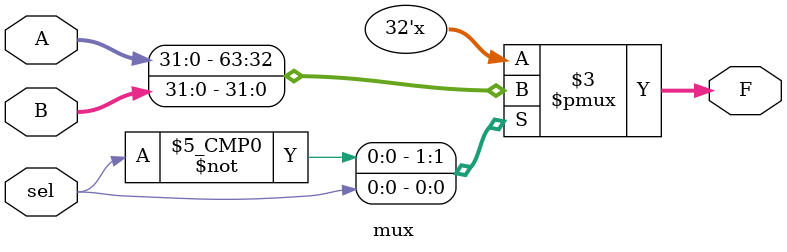
<source format=v>
`timescale 1ns / 1ps


module mux(F, sel, A, B);
    parameter N = 32;
    
    input               sel;
    input   [N-1 : 0]   A,  B;
    output  [N-1 : 0]   F; 
    
    reg     [N-1 : 0]   F;
    
    initial begin
        F = 0;
    end
    
    always @ (A, B, sel) begin
        case (sel)
            1'b0 : F = A;
            1'b1 : F = B;
            default : F = 0;
        endcase
    end
endmodule

</source>
